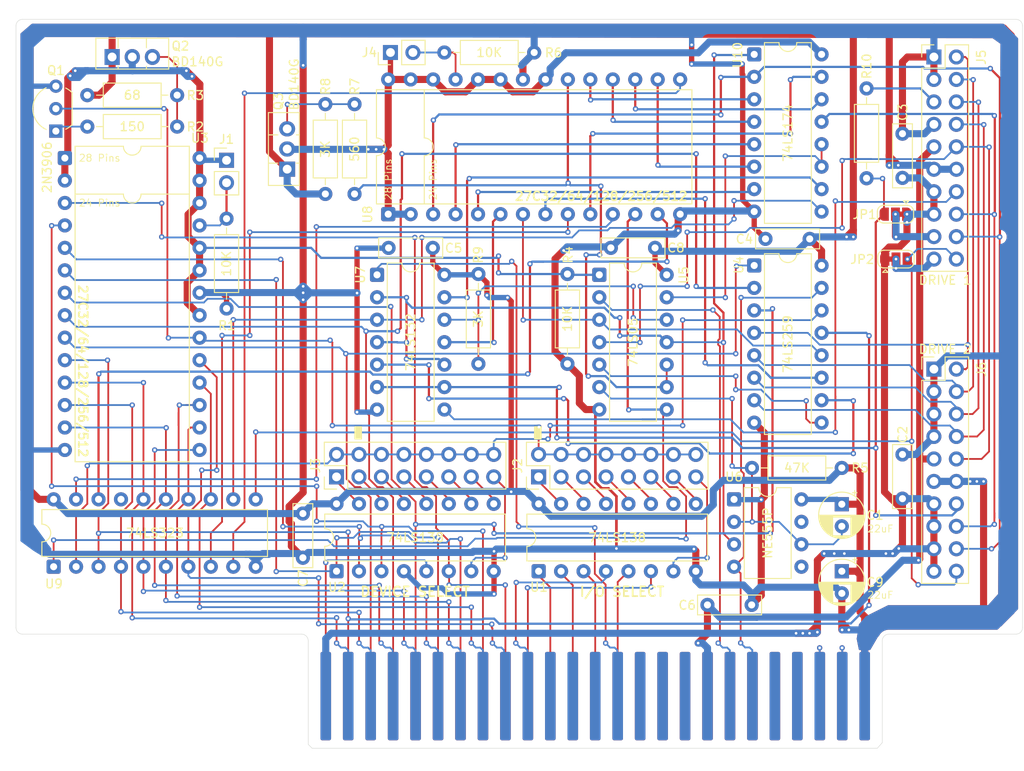
<source format=kicad_pcb>
(kicad_pcb
	(version 20241229)
	(generator "pcbnew")
	(generator_version "9.0")
	(general
		(thickness 1.6)
		(legacy_teardrops no)
	)
	(paper "A4")
	(layers
		(0 "F.Cu" signal)
		(2 "B.Cu" signal)
		(9 "F.Adhes" user "F.Adhesive")
		(11 "B.Adhes" user "B.Adhesive")
		(13 "F.Paste" user)
		(15 "B.Paste" user)
		(5 "F.SilkS" user "F.Silkscreen")
		(7 "B.SilkS" user "B.Silkscreen")
		(1 "F.Mask" user)
		(3 "B.Mask" user)
		(17 "Dwgs.User" user "User.Drawings")
		(19 "Cmts.User" user "User.Comments")
		(21 "Eco1.User" user "User.Eco1")
		(23 "Eco2.User" user "User.Eco2")
		(25 "Edge.Cuts" user)
		(27 "Margin" user)
		(31 "F.CrtYd" user "F.Courtyard")
		(29 "B.CrtYd" user "B.Courtyard")
		(35 "F.Fab" user)
		(33 "B.Fab" user)
		(39 "User.1" user)
		(41 "User.2" user)
		(43 "User.3" user)
		(45 "User.4" user)
	)
	(setup
		(pad_to_mask_clearance 0)
		(allow_soldermask_bridges_in_footprints no)
		(tenting front back)
		(pcbplotparams
			(layerselection 0x00000000_00000000_55555555_5755f5ff)
			(plot_on_all_layers_selection 0x00000000_00000000_00000000_00000000)
			(disableapertmacros no)
			(usegerberextensions no)
			(usegerberattributes yes)
			(usegerberadvancedattributes yes)
			(creategerberjobfile yes)
			(dashed_line_dash_ratio 12.000000)
			(dashed_line_gap_ratio 3.000000)
			(svgprecision 4)
			(plotframeref no)
			(mode 1)
			(useauxorigin no)
			(hpglpennumber 1)
			(hpglpenspeed 20)
			(hpglpendiameter 15.000000)
			(pdf_front_fp_property_popups yes)
			(pdf_back_fp_property_popups yes)
			(pdf_metadata yes)
			(pdf_single_document no)
			(dxfpolygonmode yes)
			(dxfimperialunits yes)
			(dxfusepcbnewfont yes)
			(psnegative no)
			(psa4output no)
			(plot_black_and_white yes)
			(sketchpadsonfab no)
			(plotpadnumbers no)
			(hidednponfab no)
			(sketchdnponfab yes)
			(crossoutdnponfab yes)
			(subtractmaskfromsilk no)
			(outputformat 1)
			(mirror no)
			(drillshape 1)
			(scaleselection 1)
			(outputdirectory "")
		)
	)
	(net 0 "")
	(net 1 "-12V")
	(net 2 "GND")
	(net 3 "+5V")
	(net 4 "Net-(U6-THR)")
	(net 5 "+12V")
	(net 6 "Net-(J1-Pin_2)")
	(net 7 "~{IOSEL}")
	(net 8 "Net-(J2-Pin_5)")
	(net 9 "Net-(J2-Pin_7)")
	(net 10 "/VCC_SWITCHED_1")
	(net 11 "Net-(J2-Pin_15)")
	(net 12 "Net-(J2-Pin_3)")
	(net 13 "Net-(J2-Pin_9)")
	(net 14 "Net-(J2-Pin_11)")
	(net 15 "Net-(J2-Pin_13)")
	(net 16 "Net-(J2-Pin_1)")
	(net 17 "Net-(J3-Pin_11)")
	(net 18 "Net-(J3-Pin_5)")
	(net 19 "Net-(J3-Pin_7)")
	(net 20 "Net-(J3-Pin_9)")
	(net 21 "Net-(J3-Pin_1)")
	(net 22 "Net-(J3-Pin_13)")
	(net 23 "Net-(J3-Pin_15)")
	(net 24 "Net-(J3-Pin_3)")
	(net 25 "Net-(J4-Pin_2)")
	(net 26 "/PH1")
	(net 27 "/PH0")
	(net 28 "/WR DATA")
	(net 29 "/W PROT")
	(net 30 "/RD DATA")
	(net 31 "/PH2")
	(net 32 "/PH3")
	(net 33 "Net-(J5-Pin_17)")
	(net 34 "/WR REQ")
	(net 35 "Net-(J5-Pin_19)")
	(net 36 "/~{ENBL 1}")
	(net 37 "Net-(J5-Pin_5)")
	(net 38 "/~{ENBL 2}")
	(net 39 "A12")
	(net 40 "D0")
	(net 41 "A10")
	(net 42 "A3")
	(net 43 "A14")
	(net 44 "D3")
	(net 45 "unconnected-(P1-Pin_40-Pad40)")
	(net 46 "2M")
	(net 47 "~{RESET}")
	(net 48 "unconnected-(P1-Pin_30-Pad30)")
	(net 49 "A4")
	(net 50 "~{EXTC}")
	(net 51 "unconnected-(P1-Pin_18-Pad18)")
	(net 52 "unconnected-(P1-Pin_38-Pad38)")
	(net 53 "D1")
	(net 54 "unconnected-(P1-Pin_29-Pad29)")
	(net 55 "A0")
	(net 56 "A15")
	(net 57 "D6")
	(net 58 "unconnected-(P1-Pin_36-Pad36)")
	(net 59 "A5")
	(net 60 "unconnected-(P1-Pin_22-Pad22)")
	(net 61 "~{EXTE}")
	(net 62 "Net-(P1-Pin_24)")
	(net 63 "~{EXT8}")
	(net 64 "unconnected-(P1-Pin_34-Pad34)")
	(net 65 "A8")
	(net 66 "D2")
	(net 67 "A2")
	(net 68 "D7")
	(net 69 "A7")
	(net 70 "Net-(P1-Pin_23)")
	(net 71 "A6")
	(net 72 "unconnected-(P1-Pin_21-Pad21)")
	(net 73 "~{EXT_MEM}")
	(net 74 "D4")
	(net 75 "D5")
	(net 76 "A9")
	(net 77 "A13")
	(net 78 "A11")
	(net 79 "unconnected-(P1-Pin_39-Pad39)")
	(net 80 "~{EXT6}")
	(net 81 "A1")
	(net 82 "Net-(Q1-E)")
	(net 83 "Net-(Q2-B)")
	(net 84 "Net-(Q3-B)")
	(net 85 "Net-(U8-~{CE})")
	(net 86 "Net-(R9-Pad2)")
	(net 87 "Net-(U4-Q6)")
	(net 88 "Net-(U4-Q5)")
	(net 89 "Net-(U4-Q7)")
	(net 90 "Net-(U4-Q4)")
	(net 91 "Net-(U10-D3)")
	(net 92 "Net-(U8-D1)")
	(net 93 "Net-(U10-~{Mr})")
	(net 94 "Net-(U8-A4)")
	(net 95 "Net-(U10-Q3)")
	(net 96 "Net-(U10-Cp)")
	(net 97 "Net-(U8-D3)")
	(net 98 "Net-(U10-Q5)")
	(net 99 "Net-(U10-Q2)")
	(net 100 "Net-(U8-A1)")
	(net 101 "Net-(U10-D2)")
	(net 102 "Net-(U8-D0)")
	(net 103 "Net-(U10-Q1)")
	(net 104 "unconnected-(U6-DIS-Pad7)")
	(net 105 "Net-(U10-D0)")
	(net 106 "unconnected-(U6-CV-Pad5)")
	(net 107 "Net-(U10-D5)")
	(net 108 "Net-(U8-D2)")
	(net 109 "Net-(U10-D1)")
	(net 110 "unconnected-(U9-Q7-Pad17)")
	(net 111 "/VCC_SWITCHED_2")
	(net 112 "/~{IOEN}")
	(net 113 "/~{DEVEN}")
	(footprint "Connector_PinHeader_2.54mm:PinHeader_1x02_P2.54mm_Vertical" (layer "F.Cu") (at 69.565185 66.517185))
	(footprint "Capacitor_THT:C_Rect_L7.0mm_W2.0mm_P5.00mm" (layer "F.Cu") (at 118.034185 76.423185 180))
	(footprint "Resistor_THT:R_Axial_DIN0207_L6.3mm_D2.5mm_P10.16mm_Horizontal" (layer "F.Cu") (at 94.203185 54.325185))
	(footprint "Connector_PinHeader_2.54mm:PinHeader_1x02_P2.54mm_Vertical" (layer "F.Cu") (at 88.107185 54.325185 90))
	(footprint "Capacitor_THT:CP_Radial_D5.0mm_P2.50mm" (layer "F.Cu") (at 139.161185 112.999185 -90))
	(footprint "Resistor_THT:R_Axial_DIN0207_L6.3mm_D2.5mm_P10.16mm_Horizontal" (layer "F.Cu") (at 84.043185 60.167185 -90))
	(footprint "Capacitor_THT:C_Rect_L7.0mm_W2.0mm_P5.00mm" (layer "F.Cu") (at 146.019185 104.791185 90))
	(footprint "Package_DIP:DIP-16_W7.62mm" (layer "F.Cu") (at 129.250185 54.539185))
	(footprint "Package_DIP:DIP-16_W7.62mm" (layer "F.Cu") (at 82.006185 112.994185 90))
	(footprint "Package_TO_SOT_THT:TO-92_Inline_Wide" (layer "F.Cu") (at 50.261185 63.215185 90))
	(footprint "Resistor_THT:R_Axial_DIN0207_L6.3mm_D2.5mm_P10.16mm_Horizontal" (layer "F.Cu") (at 141.955185 68.549185 90))
	(footprint "Capacitor_THT:CP_Radial_D5.0mm_P2.50mm" (layer "F.Cu") (at 139.156185 105.419185 -90))
	(footprint "Resistor_THT:R_Axial_DIN0207_L6.3mm_D2.5mm_P10.16mm_Horizontal" (layer "F.Cu") (at 53.817185 59.151185))
	(footprint "Package_DIP:DIP-16_W7.62mm" (layer "F.Cu") (at 104.866185 112.999185 90))
	(footprint "TK2000:DIP-28-24_W15.24mm" (layer "F.Cu") (at 87.853185 72.613185 90))
	(footprint "Package_DIP:DIP-14_W7.62mm" (layer "F.Cu") (at 111.729185 79.471185))
	(footprint "Resistor_THT:R_Axial_DIN0207_L6.3mm_D2.5mm_P10.16mm_Horizontal" (layer "F.Cu") (at 69.565185 73.121185 -90))
	(footprint "Capacitor_THT:C_Rect_L7.0mm_W2.0mm_P5.00mm" (layer "F.Cu") (at 146.019185 68.509185 90))
	(footprint "Jumper:SolderJumper-3_P1.3mm_Bridged12_RoundedPad1.0x1.5mm" (layer "F.Cu") (at 145.287185 77.693185))
	(footprint "Resistor_THT:R_Axial_DIN0207_L6.3mm_D2.5mm_P10.16mm_Horizontal" (layer "F.Cu") (at 98.053185 79.382185 -90))
	(footprint "TK2000:DIP-28-24_W15.24mm" (layer "F.Cu") (at 51.277185 66.263185))
	(footprint "Capacitor_THT:C_Rect_L7.0mm_W2.0mm_P5.00mm" (layer "F.Cu") (at 135.525185 75.407185 180))
	(footprint "Capacitor_THT:C_Rect_L7.0mm_W2.0mm_P5.00mm" (layer "F.Cu") (at 78.201185 106.475185 -90))
	(footprint "Capacitor_THT:C_Rect_L7.0mm_W2.0mm_P5.00mm" (layer "F.Cu") (at 92.893185 76.428185 180))
	(footprint "Package_TO_SOT_THT:TO-126-3_Vertical" (layer "F.Cu") (at 56.623185 54.833185))
	(footprint "Package_DIP:DIP-14_W7.62mm" (layer "F.Cu") (at 86.588185 79.471185))
	(footprint "Resistor_THT:R_Axial_DIN0207_L6.3mm_D2.5mm_P10.16mm_Horizontal"
		(layer "F.C
... [361664 chars truncated]
</source>
